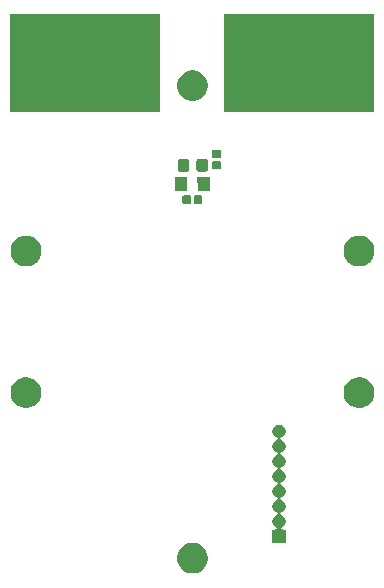
<source format=gbr>
G04 #@! TF.GenerationSoftware,KiCad,Pcbnew,5.1.5-52549c5~84~ubuntu18.04.1*
G04 #@! TF.CreationDate,2019-12-19T20:38:57-05:00*
G04 #@! TF.ProjectId,SwarmBot,53776172-6d42-46f7-942e-6b696361645f,rev?*
G04 #@! TF.SameCoordinates,Original*
G04 #@! TF.FileFunction,Soldermask,Bot*
G04 #@! TF.FilePolarity,Negative*
%FSLAX46Y46*%
G04 Gerber Fmt 4.6, Leading zero omitted, Abs format (unit mm)*
G04 Created by KiCad (PCBNEW 5.1.5-52549c5~84~ubuntu18.04.1) date 2019-12-19 20:38:57*
%MOMM*%
%LPD*%
G04 APERTURE LIST*
%ADD10C,0.100000*%
G04 APERTURE END LIST*
D10*
G36*
X380187Y-18748996D02*
G01*
X616953Y-18847068D01*
X616955Y-18847069D01*
X830039Y-18989447D01*
X1011253Y-19170661D01*
X1153632Y-19383747D01*
X1251704Y-19620513D01*
X1301700Y-19871861D01*
X1301700Y-20128139D01*
X1251704Y-20379487D01*
X1153632Y-20616253D01*
X1153631Y-20616255D01*
X1011253Y-20829339D01*
X830039Y-21010553D01*
X616955Y-21152931D01*
X616954Y-21152932D01*
X616953Y-21152932D01*
X380187Y-21251004D01*
X128839Y-21301000D01*
X-127439Y-21301000D01*
X-378787Y-21251004D01*
X-615553Y-21152932D01*
X-615554Y-21152932D01*
X-615555Y-21152931D01*
X-828639Y-21010553D01*
X-1009853Y-20829339D01*
X-1152231Y-20616255D01*
X-1152232Y-20616253D01*
X-1250304Y-20379487D01*
X-1300300Y-20128139D01*
X-1300300Y-19871861D01*
X-1250304Y-19620513D01*
X-1152232Y-19383747D01*
X-1009853Y-19170661D01*
X-828639Y-18989447D01*
X-615555Y-18847069D01*
X-615553Y-18847068D01*
X-378787Y-18748996D01*
X-127439Y-18699000D01*
X128839Y-18699000D01*
X380187Y-18748996D01*
G37*
G36*
X7482921Y-8715774D02*
G01*
X7583195Y-8757309D01*
X7583196Y-8757310D01*
X7673442Y-8817610D01*
X7750190Y-8894358D01*
X7750191Y-8894360D01*
X7810491Y-8984605D01*
X7852026Y-9084879D01*
X7873200Y-9191330D01*
X7873200Y-9299870D01*
X7852026Y-9406321D01*
X7810491Y-9506595D01*
X7810490Y-9506596D01*
X7750190Y-9596842D01*
X7673442Y-9673590D01*
X7628012Y-9703945D01*
X7583195Y-9733891D01*
X7507811Y-9765116D01*
X7486200Y-9776667D01*
X7467259Y-9792212D01*
X7451713Y-9811154D01*
X7440162Y-9832765D01*
X7433049Y-9856214D01*
X7430647Y-9880600D01*
X7433049Y-9904986D01*
X7440162Y-9928435D01*
X7451713Y-9950046D01*
X7467258Y-9968987D01*
X7486200Y-9984533D01*
X7507811Y-9996084D01*
X7583195Y-10027309D01*
X7583196Y-10027310D01*
X7673442Y-10087610D01*
X7750190Y-10164358D01*
X7750191Y-10164360D01*
X7810491Y-10254605D01*
X7852026Y-10354879D01*
X7873200Y-10461330D01*
X7873200Y-10569870D01*
X7852026Y-10676321D01*
X7810491Y-10776595D01*
X7810490Y-10776596D01*
X7750190Y-10866842D01*
X7673442Y-10943590D01*
X7628012Y-10973945D01*
X7583195Y-11003891D01*
X7507811Y-11035116D01*
X7486200Y-11046667D01*
X7467259Y-11062212D01*
X7451713Y-11081154D01*
X7440162Y-11102765D01*
X7433049Y-11126214D01*
X7430647Y-11150600D01*
X7433049Y-11174986D01*
X7440162Y-11198435D01*
X7451713Y-11220046D01*
X7467258Y-11238987D01*
X7486200Y-11254533D01*
X7507811Y-11266084D01*
X7583195Y-11297309D01*
X7583196Y-11297310D01*
X7673442Y-11357610D01*
X7750190Y-11434358D01*
X7750191Y-11434360D01*
X7810491Y-11524605D01*
X7852026Y-11624879D01*
X7873200Y-11731330D01*
X7873200Y-11839870D01*
X7852026Y-11946321D01*
X7810491Y-12046595D01*
X7810490Y-12046596D01*
X7750190Y-12136842D01*
X7673442Y-12213590D01*
X7628012Y-12243945D01*
X7583195Y-12273891D01*
X7507811Y-12305116D01*
X7486200Y-12316667D01*
X7467259Y-12332212D01*
X7451713Y-12351154D01*
X7440162Y-12372765D01*
X7433049Y-12396214D01*
X7430647Y-12420600D01*
X7433049Y-12444986D01*
X7440162Y-12468435D01*
X7451713Y-12490046D01*
X7467258Y-12508987D01*
X7486200Y-12524533D01*
X7507811Y-12536084D01*
X7583195Y-12567309D01*
X7583196Y-12567310D01*
X7673442Y-12627610D01*
X7750190Y-12704358D01*
X7750191Y-12704360D01*
X7810491Y-12794605D01*
X7852026Y-12894879D01*
X7873200Y-13001330D01*
X7873200Y-13109870D01*
X7852026Y-13216321D01*
X7810491Y-13316595D01*
X7810490Y-13316596D01*
X7750190Y-13406842D01*
X7673442Y-13483590D01*
X7628012Y-13513945D01*
X7583195Y-13543891D01*
X7507811Y-13575116D01*
X7486200Y-13586667D01*
X7467259Y-13602212D01*
X7451713Y-13621154D01*
X7440162Y-13642765D01*
X7433049Y-13666214D01*
X7430647Y-13690600D01*
X7433049Y-13714986D01*
X7440162Y-13738435D01*
X7451713Y-13760046D01*
X7467258Y-13778987D01*
X7486200Y-13794533D01*
X7507811Y-13806084D01*
X7583195Y-13837309D01*
X7583196Y-13837310D01*
X7673442Y-13897610D01*
X7750190Y-13974358D01*
X7750191Y-13974360D01*
X7810491Y-14064605D01*
X7852026Y-14164879D01*
X7873200Y-14271330D01*
X7873200Y-14379870D01*
X7852026Y-14486321D01*
X7810491Y-14586595D01*
X7810490Y-14586596D01*
X7750190Y-14676842D01*
X7673442Y-14753590D01*
X7628012Y-14783945D01*
X7583195Y-14813891D01*
X7507811Y-14845116D01*
X7486200Y-14856667D01*
X7467259Y-14872212D01*
X7451713Y-14891154D01*
X7440162Y-14912765D01*
X7433049Y-14936214D01*
X7430647Y-14960600D01*
X7433049Y-14984986D01*
X7440162Y-15008435D01*
X7451713Y-15030046D01*
X7467258Y-15048987D01*
X7486200Y-15064533D01*
X7507811Y-15076084D01*
X7583195Y-15107309D01*
X7583196Y-15107310D01*
X7673442Y-15167610D01*
X7750190Y-15244358D01*
X7750191Y-15244360D01*
X7810491Y-15334605D01*
X7852026Y-15434879D01*
X7873200Y-15541330D01*
X7873200Y-15649870D01*
X7852026Y-15756321D01*
X7810491Y-15856595D01*
X7810490Y-15856596D01*
X7750190Y-15946842D01*
X7673442Y-16023590D01*
X7628012Y-16053945D01*
X7583195Y-16083891D01*
X7507811Y-16115116D01*
X7486200Y-16126667D01*
X7467259Y-16142212D01*
X7451713Y-16161154D01*
X7440162Y-16182765D01*
X7433049Y-16206214D01*
X7430647Y-16230600D01*
X7433049Y-16254986D01*
X7440162Y-16278435D01*
X7451713Y-16300046D01*
X7467258Y-16318987D01*
X7486200Y-16334533D01*
X7507811Y-16346084D01*
X7583195Y-16377309D01*
X7583196Y-16377310D01*
X7673442Y-16437610D01*
X7750190Y-16514358D01*
X7750191Y-16514360D01*
X7810491Y-16604605D01*
X7852026Y-16704879D01*
X7873200Y-16811330D01*
X7873200Y-16919870D01*
X7852026Y-17026321D01*
X7810491Y-17126595D01*
X7810490Y-17126596D01*
X7750190Y-17216842D01*
X7673442Y-17293590D01*
X7642016Y-17314588D01*
X7580536Y-17355668D01*
X7561594Y-17371214D01*
X7546049Y-17390156D01*
X7534498Y-17411767D01*
X7527385Y-17435215D01*
X7524983Y-17459602D01*
X7527385Y-17483988D01*
X7534498Y-17507437D01*
X7546049Y-17529047D01*
X7561595Y-17547989D01*
X7580537Y-17563534D01*
X7602148Y-17575085D01*
X7625596Y-17582198D01*
X7649982Y-17584600D01*
X7873200Y-17584600D01*
X7873200Y-18686600D01*
X6771200Y-18686600D01*
X6771200Y-17584600D01*
X6994418Y-17584600D01*
X7018804Y-17582198D01*
X7042253Y-17575085D01*
X7063864Y-17563534D01*
X7082806Y-17547989D01*
X7098351Y-17529047D01*
X7109902Y-17507436D01*
X7117015Y-17483987D01*
X7119417Y-17459601D01*
X7117015Y-17435215D01*
X7109902Y-17411766D01*
X7098351Y-17390155D01*
X7082806Y-17371213D01*
X7063864Y-17355668D01*
X7002384Y-17314588D01*
X6970958Y-17293590D01*
X6894210Y-17216842D01*
X6833910Y-17126596D01*
X6833909Y-17126595D01*
X6792374Y-17026321D01*
X6771200Y-16919870D01*
X6771200Y-16811330D01*
X6792374Y-16704879D01*
X6833909Y-16604605D01*
X6894209Y-16514360D01*
X6894210Y-16514358D01*
X6970958Y-16437610D01*
X7061204Y-16377310D01*
X7061205Y-16377309D01*
X7136589Y-16346084D01*
X7158200Y-16334533D01*
X7177141Y-16318988D01*
X7192687Y-16300046D01*
X7204238Y-16278435D01*
X7211351Y-16254986D01*
X7213753Y-16230600D01*
X7211351Y-16206214D01*
X7204238Y-16182765D01*
X7192687Y-16161154D01*
X7177142Y-16142213D01*
X7158200Y-16126667D01*
X7136589Y-16115116D01*
X7061205Y-16083891D01*
X7016388Y-16053945D01*
X6970958Y-16023590D01*
X6894210Y-15946842D01*
X6833910Y-15856596D01*
X6833909Y-15856595D01*
X6792374Y-15756321D01*
X6771200Y-15649870D01*
X6771200Y-15541330D01*
X6792374Y-15434879D01*
X6833909Y-15334605D01*
X6894209Y-15244360D01*
X6894210Y-15244358D01*
X6970958Y-15167610D01*
X7061204Y-15107310D01*
X7061205Y-15107309D01*
X7136589Y-15076084D01*
X7158200Y-15064533D01*
X7177141Y-15048988D01*
X7192687Y-15030046D01*
X7204238Y-15008435D01*
X7211351Y-14984986D01*
X7213753Y-14960600D01*
X7211351Y-14936214D01*
X7204238Y-14912765D01*
X7192687Y-14891154D01*
X7177142Y-14872213D01*
X7158200Y-14856667D01*
X7136589Y-14845116D01*
X7061205Y-14813891D01*
X7016388Y-14783945D01*
X6970958Y-14753590D01*
X6894210Y-14676842D01*
X6833910Y-14586596D01*
X6833909Y-14586595D01*
X6792374Y-14486321D01*
X6771200Y-14379870D01*
X6771200Y-14271330D01*
X6792374Y-14164879D01*
X6833909Y-14064605D01*
X6894209Y-13974360D01*
X6894210Y-13974358D01*
X6970958Y-13897610D01*
X7061204Y-13837310D01*
X7061205Y-13837309D01*
X7136589Y-13806084D01*
X7158200Y-13794533D01*
X7177141Y-13778988D01*
X7192687Y-13760046D01*
X7204238Y-13738435D01*
X7211351Y-13714986D01*
X7213753Y-13690600D01*
X7211351Y-13666214D01*
X7204238Y-13642765D01*
X7192687Y-13621154D01*
X7177142Y-13602213D01*
X7158200Y-13586667D01*
X7136589Y-13575116D01*
X7061205Y-13543891D01*
X7016388Y-13513945D01*
X6970958Y-13483590D01*
X6894210Y-13406842D01*
X6833910Y-13316596D01*
X6833909Y-13316595D01*
X6792374Y-13216321D01*
X6771200Y-13109870D01*
X6771200Y-13001330D01*
X6792374Y-12894879D01*
X6833909Y-12794605D01*
X6894209Y-12704360D01*
X6894210Y-12704358D01*
X6970958Y-12627610D01*
X7061204Y-12567310D01*
X7061205Y-12567309D01*
X7136589Y-12536084D01*
X7158200Y-12524533D01*
X7177141Y-12508988D01*
X7192687Y-12490046D01*
X7204238Y-12468435D01*
X7211351Y-12444986D01*
X7213753Y-12420600D01*
X7211351Y-12396214D01*
X7204238Y-12372765D01*
X7192687Y-12351154D01*
X7177142Y-12332213D01*
X7158200Y-12316667D01*
X7136589Y-12305116D01*
X7061205Y-12273891D01*
X7016388Y-12243945D01*
X6970958Y-12213590D01*
X6894210Y-12136842D01*
X6833910Y-12046596D01*
X6833909Y-12046595D01*
X6792374Y-11946321D01*
X6771200Y-11839870D01*
X6771200Y-11731330D01*
X6792374Y-11624879D01*
X6833909Y-11524605D01*
X6894209Y-11434360D01*
X6894210Y-11434358D01*
X6970958Y-11357610D01*
X7061204Y-11297310D01*
X7061205Y-11297309D01*
X7136589Y-11266084D01*
X7158200Y-11254533D01*
X7177141Y-11238988D01*
X7192687Y-11220046D01*
X7204238Y-11198435D01*
X7211351Y-11174986D01*
X7213753Y-11150600D01*
X7211351Y-11126214D01*
X7204238Y-11102765D01*
X7192687Y-11081154D01*
X7177142Y-11062213D01*
X7158200Y-11046667D01*
X7136589Y-11035116D01*
X7061205Y-11003891D01*
X7016388Y-10973945D01*
X6970958Y-10943590D01*
X6894210Y-10866842D01*
X6833910Y-10776596D01*
X6833909Y-10776595D01*
X6792374Y-10676321D01*
X6771200Y-10569870D01*
X6771200Y-10461330D01*
X6792374Y-10354879D01*
X6833909Y-10254605D01*
X6894209Y-10164360D01*
X6894210Y-10164358D01*
X6970958Y-10087610D01*
X7061204Y-10027310D01*
X7061205Y-10027309D01*
X7136589Y-9996084D01*
X7158200Y-9984533D01*
X7177141Y-9968988D01*
X7192687Y-9950046D01*
X7204238Y-9928435D01*
X7211351Y-9904986D01*
X7213753Y-9880600D01*
X7211351Y-9856214D01*
X7204238Y-9832765D01*
X7192687Y-9811154D01*
X7177142Y-9792213D01*
X7158200Y-9776667D01*
X7136589Y-9765116D01*
X7061205Y-9733891D01*
X7016388Y-9703945D01*
X6970958Y-9673590D01*
X6894210Y-9596842D01*
X6833910Y-9506596D01*
X6833909Y-9506595D01*
X6792374Y-9406321D01*
X6771200Y-9299870D01*
X6771200Y-9191330D01*
X6792374Y-9084879D01*
X6833909Y-8984605D01*
X6894209Y-8894360D01*
X6894210Y-8894358D01*
X6970958Y-8817610D01*
X7061204Y-8757310D01*
X7061205Y-8757309D01*
X7161479Y-8715774D01*
X7267930Y-8694600D01*
X7376470Y-8694600D01*
X7482921Y-8715774D01*
G37*
G36*
X-13719813Y-4748996D02*
G01*
X-13483047Y-4847068D01*
X-13483045Y-4847069D01*
X-13269961Y-4989447D01*
X-13088747Y-5170661D01*
X-12946368Y-5383747D01*
X-12848296Y-5620513D01*
X-12798300Y-5871861D01*
X-12798300Y-6128139D01*
X-12848296Y-6379487D01*
X-12946368Y-6616253D01*
X-12946369Y-6616255D01*
X-13088747Y-6829339D01*
X-13269961Y-7010553D01*
X-13483045Y-7152931D01*
X-13483046Y-7152932D01*
X-13483047Y-7152932D01*
X-13719813Y-7251004D01*
X-13971161Y-7301000D01*
X-14227439Y-7301000D01*
X-14478787Y-7251004D01*
X-14715553Y-7152932D01*
X-14715554Y-7152932D01*
X-14715555Y-7152931D01*
X-14928639Y-7010553D01*
X-15109853Y-6829339D01*
X-15252231Y-6616255D01*
X-15252232Y-6616253D01*
X-15350304Y-6379487D01*
X-15400300Y-6128139D01*
X-15400300Y-5871861D01*
X-15350304Y-5620513D01*
X-15252232Y-5383747D01*
X-15109853Y-5170661D01*
X-14928639Y-4989447D01*
X-14715555Y-4847069D01*
X-14715553Y-4847068D01*
X-14478787Y-4748996D01*
X-14227439Y-4699000D01*
X-13971161Y-4699000D01*
X-13719813Y-4748996D01*
G37*
G36*
X14480187Y-4748996D02*
G01*
X14716953Y-4847068D01*
X14716955Y-4847069D01*
X14930039Y-4989447D01*
X15111253Y-5170661D01*
X15253632Y-5383747D01*
X15351704Y-5620513D01*
X15401700Y-5871861D01*
X15401700Y-6128139D01*
X15351704Y-6379487D01*
X15253632Y-6616253D01*
X15253631Y-6616255D01*
X15111253Y-6829339D01*
X14930039Y-7010553D01*
X14716955Y-7152931D01*
X14716954Y-7152932D01*
X14716953Y-7152932D01*
X14480187Y-7251004D01*
X14228839Y-7301000D01*
X13972561Y-7301000D01*
X13721213Y-7251004D01*
X13484447Y-7152932D01*
X13484446Y-7152932D01*
X13484445Y-7152931D01*
X13271361Y-7010553D01*
X13090147Y-6829339D01*
X12947769Y-6616255D01*
X12947768Y-6616253D01*
X12849696Y-6379487D01*
X12799700Y-6128139D01*
X12799700Y-5871861D01*
X12849696Y-5620513D01*
X12947768Y-5383747D01*
X13090147Y-5170661D01*
X13271361Y-4989447D01*
X13484445Y-4847069D01*
X13484447Y-4847068D01*
X13721213Y-4748996D01*
X13972561Y-4699000D01*
X14228839Y-4699000D01*
X14480187Y-4748996D01*
G37*
G36*
X-13719813Y7251004D02*
G01*
X-13483047Y7152932D01*
X-13483045Y7152931D01*
X-13269961Y7010553D01*
X-13088747Y6829339D01*
X-12946368Y6616253D01*
X-12848296Y6379487D01*
X-12798300Y6128139D01*
X-12798300Y5871861D01*
X-12848296Y5620513D01*
X-12946368Y5383747D01*
X-12946369Y5383745D01*
X-13088747Y5170661D01*
X-13269961Y4989447D01*
X-13483045Y4847069D01*
X-13483046Y4847068D01*
X-13483047Y4847068D01*
X-13719813Y4748996D01*
X-13971161Y4699000D01*
X-14227439Y4699000D01*
X-14478787Y4748996D01*
X-14715553Y4847068D01*
X-14715554Y4847068D01*
X-14715555Y4847069D01*
X-14928639Y4989447D01*
X-15109853Y5170661D01*
X-15252231Y5383745D01*
X-15252232Y5383747D01*
X-15350304Y5620513D01*
X-15400300Y5871861D01*
X-15400300Y6128139D01*
X-15350304Y6379487D01*
X-15252232Y6616253D01*
X-15109853Y6829339D01*
X-14928639Y7010553D01*
X-14715555Y7152931D01*
X-14715553Y7152932D01*
X-14478787Y7251004D01*
X-14227439Y7301000D01*
X-13971161Y7301000D01*
X-13719813Y7251004D01*
G37*
G36*
X14480187Y7251004D02*
G01*
X14716953Y7152932D01*
X14716955Y7152931D01*
X14930039Y7010553D01*
X15111253Y6829339D01*
X15253632Y6616253D01*
X15351704Y6379487D01*
X15401700Y6128139D01*
X15401700Y5871861D01*
X15351704Y5620513D01*
X15253632Y5383747D01*
X15253631Y5383745D01*
X15111253Y5170661D01*
X14930039Y4989447D01*
X14716955Y4847069D01*
X14716954Y4847068D01*
X14716953Y4847068D01*
X14480187Y4748996D01*
X14228839Y4699000D01*
X13972561Y4699000D01*
X13721213Y4748996D01*
X13484447Y4847068D01*
X13484446Y4847068D01*
X13484445Y4847069D01*
X13271361Y4989447D01*
X13090147Y5170661D01*
X12947769Y5383745D01*
X12947768Y5383747D01*
X12849696Y5620513D01*
X12799700Y5871861D01*
X12799700Y6128139D01*
X12849696Y6379487D01*
X12947768Y6616253D01*
X13090147Y6829339D01*
X13271361Y7010553D01*
X13484445Y7152931D01*
X13484447Y7152932D01*
X13721213Y7251004D01*
X13972561Y7301000D01*
X14228839Y7301000D01*
X14480187Y7251004D01*
G37*
G36*
X-248662Y10695924D02*
G01*
X-228043Y10689669D01*
X-209047Y10679516D01*
X-192392Y10665848D01*
X-178724Y10649193D01*
X-168571Y10630197D01*
X-162316Y10609578D01*
X-159600Y10582000D01*
X-159600Y10073280D01*
X-162316Y10045702D01*
X-168571Y10025083D01*
X-178724Y10006087D01*
X-192392Y9989432D01*
X-209047Y9975764D01*
X-228043Y9965611D01*
X-248662Y9959356D01*
X-276240Y9956640D01*
X-734960Y9956640D01*
X-762538Y9959356D01*
X-783157Y9965611D01*
X-802153Y9975764D01*
X-818808Y9989432D01*
X-832476Y10006087D01*
X-842629Y10025083D01*
X-848884Y10045702D01*
X-851600Y10073280D01*
X-851600Y10582000D01*
X-848884Y10609578D01*
X-842629Y10630197D01*
X-832476Y10649193D01*
X-818808Y10665848D01*
X-802153Y10679516D01*
X-783157Y10689669D01*
X-762538Y10695924D01*
X-734960Y10698640D01*
X-276240Y10698640D01*
X-248662Y10695924D01*
G37*
G36*
X721338Y10695924D02*
G01*
X741957Y10689669D01*
X760953Y10679516D01*
X777608Y10665848D01*
X791276Y10649193D01*
X801429Y10630197D01*
X807684Y10609578D01*
X810400Y10582000D01*
X810400Y10073280D01*
X807684Y10045702D01*
X801429Y10025083D01*
X791276Y10006087D01*
X777608Y9989432D01*
X760953Y9975764D01*
X741957Y9965611D01*
X721338Y9959356D01*
X693760Y9956640D01*
X235040Y9956640D01*
X207462Y9959356D01*
X186843Y9965611D01*
X167847Y9975764D01*
X151192Y9989432D01*
X137524Y10006087D01*
X127371Y10025083D01*
X121116Y10045702D01*
X118400Y10073280D01*
X118400Y10582000D01*
X121116Y10609578D01*
X127371Y10630197D01*
X137524Y10649193D01*
X151192Y10665848D01*
X167847Y10679516D01*
X186843Y10689669D01*
X207462Y10695924D01*
X235040Y10698640D01*
X693760Y10698640D01*
X721338Y10695924D01*
G37*
G36*
X1451000Y11081900D02*
G01*
X449000Y11081900D01*
X449000Y11656901D01*
X446598Y11681287D01*
X439485Y11704736D01*
X427934Y11726347D01*
X412389Y11745289D01*
X393447Y11760834D01*
X371836Y11772385D01*
X349000Y11779312D01*
X349000Y12233900D01*
X1451000Y12233900D01*
X1451000Y11081900D01*
G37*
G36*
X-449000Y11081900D02*
G01*
X-1451000Y11081900D01*
X-1451000Y12233900D01*
X-449000Y12233900D01*
X-449000Y11081900D01*
G37*
G36*
X-420429Y13770555D02*
G01*
X-386451Y13760247D01*
X-355130Y13743506D01*
X-327681Y13720979D01*
X-305154Y13693530D01*
X-288413Y13662209D01*
X-278105Y13628231D01*
X-274020Y13586750D01*
X-274020Y12910530D01*
X-278105Y12869049D01*
X-288413Y12835071D01*
X-305154Y12803750D01*
X-327681Y12776301D01*
X-355130Y12753774D01*
X-386451Y12737033D01*
X-420429Y12726725D01*
X-461910Y12722640D01*
X-1063130Y12722640D01*
X-1104611Y12726725D01*
X-1138589Y12737033D01*
X-1169910Y12753774D01*
X-1197359Y12776301D01*
X-1219886Y12803750D01*
X-1236627Y12835071D01*
X-1246935Y12869049D01*
X-1251020Y12910530D01*
X-1251020Y13586750D01*
X-1246935Y13628231D01*
X-1236627Y13662209D01*
X-1219886Y13693530D01*
X-1197359Y13720979D01*
X-1169910Y13743506D01*
X-1138589Y13760247D01*
X-1104611Y13770555D01*
X-1063130Y13774640D01*
X-461910Y13774640D01*
X-420429Y13770555D01*
G37*
G36*
X1154571Y13770555D02*
G01*
X1188549Y13760247D01*
X1219870Y13743506D01*
X1247319Y13720979D01*
X1269846Y13693530D01*
X1286587Y13662209D01*
X1296895Y13628231D01*
X1300980Y13586750D01*
X1300980Y12910530D01*
X1296895Y12869049D01*
X1286587Y12835071D01*
X1269846Y12803750D01*
X1247319Y12776301D01*
X1219870Y12753774D01*
X1188549Y12737033D01*
X1154571Y12726725D01*
X1113090Y12722640D01*
X511870Y12722640D01*
X470389Y12726725D01*
X436411Y12737033D01*
X405090Y12753774D01*
X377641Y12776301D01*
X355114Y12803750D01*
X338373Y12835071D01*
X328065Y12869049D01*
X323980Y12910530D01*
X323980Y13586750D01*
X328065Y13628231D01*
X338373Y13662209D01*
X355114Y13693530D01*
X377641Y13720979D01*
X405090Y13743506D01*
X436411Y13760247D01*
X470389Y13770555D01*
X511870Y13774640D01*
X1113090Y13774640D01*
X1154571Y13770555D01*
G37*
G36*
X2323678Y13589524D02*
G01*
X2344297Y13583269D01*
X2363293Y13573116D01*
X2379948Y13559448D01*
X2393616Y13542793D01*
X2403769Y13523797D01*
X2410024Y13503178D01*
X2412740Y13475600D01*
X2412740Y13016880D01*
X2410024Y12989302D01*
X2403769Y12968683D01*
X2393616Y12949687D01*
X2379948Y12933032D01*
X2363293Y12919364D01*
X2344297Y12909211D01*
X2323678Y12902956D01*
X2296100Y12900240D01*
X1787380Y12900240D01*
X1759802Y12902956D01*
X1739183Y12909211D01*
X1720187Y12919364D01*
X1703532Y12933032D01*
X1689864Y12949687D01*
X1679711Y12968683D01*
X1673456Y12989302D01*
X1670740Y13016880D01*
X1670740Y13475600D01*
X1673456Y13503178D01*
X1679711Y13523797D01*
X1689864Y13542793D01*
X1703532Y13559448D01*
X1720187Y13573116D01*
X1739183Y13583269D01*
X1759802Y13589524D01*
X1787380Y13592240D01*
X2296100Y13592240D01*
X2323678Y13589524D01*
G37*
G36*
X2323678Y14559524D02*
G01*
X2344297Y14553269D01*
X2363293Y14543116D01*
X2379948Y14529448D01*
X2393616Y14512793D01*
X2403769Y14493797D01*
X2410024Y14473178D01*
X2412740Y14445600D01*
X2412740Y13986880D01*
X2410024Y13959302D01*
X2403769Y13938683D01*
X2393616Y13919687D01*
X2379948Y13903032D01*
X2363293Y13889364D01*
X2344297Y13879211D01*
X2323678Y13872956D01*
X2296100Y13870240D01*
X1787380Y13870240D01*
X1759802Y13872956D01*
X1739183Y13879211D01*
X1720187Y13889364D01*
X1703532Y13903032D01*
X1689864Y13919687D01*
X1679711Y13938683D01*
X1673456Y13959302D01*
X1670740Y13986880D01*
X1670740Y14445600D01*
X1673456Y14473178D01*
X1679711Y14493797D01*
X1689864Y14512793D01*
X1703532Y14529448D01*
X1720187Y14543116D01*
X1739183Y14553269D01*
X1759802Y14559524D01*
X1787380Y14562240D01*
X2296100Y14562240D01*
X2323678Y14559524D01*
G37*
G36*
X15386700Y17780000D02*
G01*
X2686700Y17780000D01*
X2686700Y26035000D01*
X15386700Y26035000D01*
X15386700Y17780000D01*
G37*
G36*
X-2774300Y17780000D02*
G01*
X-15474300Y17780000D01*
X-15474300Y26035000D01*
X-2774300Y26035000D01*
X-2774300Y17780000D01*
G37*
G36*
X379487Y21251004D02*
G01*
X616253Y21152932D01*
X616255Y21152931D01*
X829339Y21010553D01*
X1010553Y20829339D01*
X1152932Y20616253D01*
X1251004Y20379487D01*
X1301000Y20128139D01*
X1301000Y19871861D01*
X1251004Y19620513D01*
X1152932Y19383747D01*
X1152931Y19383745D01*
X1010553Y19170661D01*
X829339Y18989447D01*
X616255Y18847069D01*
X616254Y18847068D01*
X616253Y18847068D01*
X379487Y18748996D01*
X128139Y18699000D01*
X-128139Y18699000D01*
X-379487Y18748996D01*
X-616253Y18847068D01*
X-616254Y18847068D01*
X-616255Y18847069D01*
X-829339Y18989447D01*
X-1010553Y19170661D01*
X-1152931Y19383745D01*
X-1152932Y19383747D01*
X-1251004Y19620513D01*
X-1301000Y19871861D01*
X-1301000Y20128139D01*
X-1251004Y20379487D01*
X-1152932Y20616253D01*
X-1010553Y20829339D01*
X-829339Y21010553D01*
X-616255Y21152931D01*
X-616253Y21152932D01*
X-379487Y21251004D01*
X-128139Y21301000D01*
X128139Y21301000D01*
X379487Y21251004D01*
G37*
M02*

</source>
